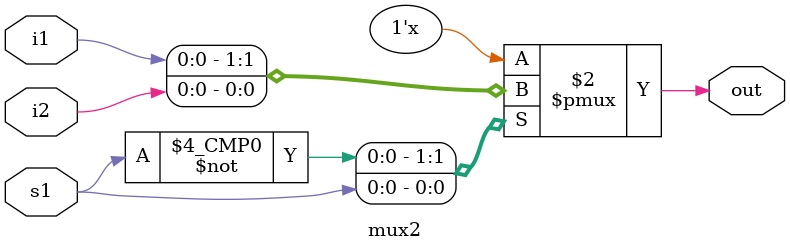
<source format=v>
module mux2(input i1,
			input i2,
			input s1,
			output reg out
			);

always @(*) begin
	case(s1)
		1'b0: out <= i1;
		1'b1: out <= i2;
	endcase
end
endmodule

</source>
